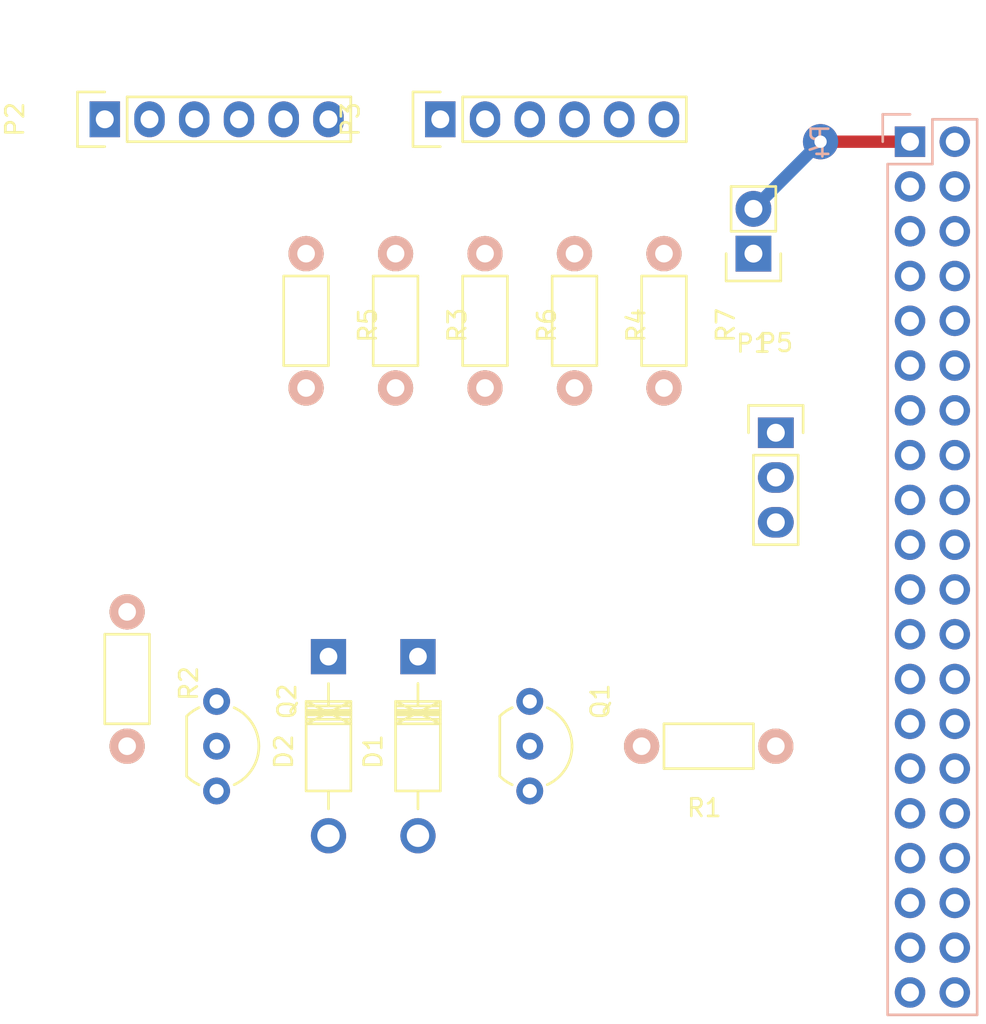
<source format=kicad_pcb>
(kicad_pcb (version 4) (host pcbnew 4.0.5)

  (general
    (links 35)
    (no_connects 35)
    (area 0 0 0 0)
    (thickness 1.6)
    (drawings 0)
    (tracks 3)
    (zones 0)
    (modules 16)
    (nets 15)
  )

  (page A4)
  (layers
    (0 F.Cu signal)
    (31 B.Cu signal)
    (32 B.Adhes user)
    (33 F.Adhes user)
    (34 B.Paste user)
    (35 F.Paste user)
    (36 B.SilkS user)
    (37 F.SilkS user)
    (38 B.Mask user)
    (39 F.Mask user)
    (40 Dwgs.User user)
    (41 Cmts.User user)
    (42 Eco1.User user)
    (43 Eco2.User user)
    (44 Edge.Cuts user)
    (45 Margin user)
    (46 B.CrtYd user)
    (47 F.CrtYd user)
    (48 B.Fab user)
    (49 F.Fab user)
  )

  (setup
    (last_trace_width 0.7)
    (trace_clearance 0.3)
    (zone_clearance 0.508)
    (zone_45_only no)
    (trace_min 0.2)
    (segment_width 0.2)
    (edge_width 0.15)
    (via_size 2)
    (via_drill 0.7)
    (via_min_size 0.4)
    (via_min_drill 0.3)
    (uvia_size 0.3)
    (uvia_drill 0.1)
    (uvias_allowed no)
    (uvia_min_size 0.2)
    (uvia_min_drill 0.1)
    (pcb_text_width 0.3)
    (pcb_text_size 1.5 1.5)
    (mod_edge_width 0.15)
    (mod_text_size 1 1)
    (mod_text_width 0.15)
    (pad_size 1.524 1.524)
    (pad_drill 0.762)
    (pad_to_mask_clearance 0.2)
    (aux_axis_origin 0 0)
    (visible_elements FFFFFF7F)
    (pcbplotparams
      (layerselection 0x00030_80000001)
      (usegerberextensions false)
      (excludeedgelayer true)
      (linewidth 0.100000)
      (plotframeref false)
      (viasonmask false)
      (mode 1)
      (useauxorigin false)
      (hpglpennumber 1)
      (hpglpenspeed 20)
      (hpglpendiameter 15)
      (hpglpenoverlay 2)
      (psnegative false)
      (psa4output false)
      (plotreference true)
      (plotvalue true)
      (plotinvisibletext false)
      (padsonsilk false)
      (subtractmaskfromsilk false)
      (outputformat 1)
      (mirror false)
      (drillshape 1)
      (scaleselection 1)
      (outputdirectory ""))
  )

  (net 0 "")
  (net 1 GND)
  (net 2 /OUT_MOT_L)
  (net 3 /OUT_MOT_R)
  (net 4 /OUT_BUTTON)
  (net 5 +3V3)
  (net 6 /CATHODE_SEN_L)
  (net 7 /EMITTER_SEN_L)
  (net 8 /CATHODE_SEN_R)
  (net 9 /EMITTER_SEN_R)
  (net 10 /COMM_MOT_R)
  (net 11 /COMM_MOT_L)
  (net 12 /POT)
  (net 13 "Net-(Q1-Pad2)")
  (net 14 "Net-(Q2-Pad2)")

  (net_class Default "This is the default net class."
    (clearance 0.3)
    (trace_width 0.7)
    (via_dia 2)
    (via_drill 0.7)
    (uvia_dia 0.3)
    (uvia_drill 0.1)
    (add_net +3V3)
    (add_net /CATHODE_SEN_L)
    (add_net /CATHODE_SEN_R)
    (add_net /COMM_MOT_L)
    (add_net /COMM_MOT_R)
    (add_net /EMITTER_SEN_L)
    (add_net /EMITTER_SEN_R)
    (add_net /OUT_BUTTON)
    (add_net /OUT_MOT_L)
    (add_net /OUT_MOT_R)
    (add_net /POT)
    (add_net GND)
    (add_net "Net-(Q1-Pad2)")
    (add_net "Net-(Q2-Pad2)")
  )

  (module Diodes_THT:Diode_DO-41_SOD81_Horizontal_RM10 (layer F.Cu) (tedit 552FFCCE) (tstamp 5862C356)
    (at 175.26 119.38 270)
    (descr "Diode, DO-41, SOD81, Horizontal, RM 10mm,")
    (tags "Diode, DO-41, SOD81, Horizontal, RM 10mm, 1N4007, SB140,")
    (path /5861144F)
    (fp_text reference D1 (at 5.38734 2.53746 270) (layer F.SilkS)
      (effects (font (size 1 1) (thickness 0.15)))
    )
    (fp_text value 1N4001 (at 4.37134 -3.55854 270) (layer F.Fab)
      (effects (font (size 1 1) (thickness 0.15)))
    )
    (fp_line (start 7.62 -0.00254) (end 8.636 -0.00254) (layer F.SilkS) (width 0.15))
    (fp_line (start 2.794 -0.00254) (end 1.524 -0.00254) (layer F.SilkS) (width 0.15))
    (fp_line (start 3.048 -1.27254) (end 3.048 1.26746) (layer F.SilkS) (width 0.15))
    (fp_line (start 3.302 -1.27254) (end 3.302 1.26746) (layer F.SilkS) (width 0.15))
    (fp_line (start 3.556 -1.27254) (end 3.556 1.26746) (layer F.SilkS) (width 0.15))
    (fp_line (start 2.794 -1.27254) (end 2.794 1.26746) (layer F.SilkS) (width 0.15))
    (fp_line (start 3.81 -1.27254) (end 2.54 1.26746) (layer F.SilkS) (width 0.15))
    (fp_line (start 2.54 -1.27254) (end 3.81 1.26746) (layer F.SilkS) (width 0.15))
    (fp_line (start 3.81 -1.27254) (end 3.81 1.26746) (layer F.SilkS) (width 0.15))
    (fp_line (start 3.175 -1.27254) (end 3.175 1.26746) (layer F.SilkS) (width 0.15))
    (fp_line (start 2.54 1.26746) (end 2.54 -1.27254) (layer F.SilkS) (width 0.15))
    (fp_line (start 2.54 -1.27254) (end 7.62 -1.27254) (layer F.SilkS) (width 0.15))
    (fp_line (start 7.62 -1.27254) (end 7.62 1.26746) (layer F.SilkS) (width 0.15))
    (fp_line (start 7.62 1.26746) (end 2.54 1.26746) (layer F.SilkS) (width 0.15))
    (pad 2 thru_hole circle (at 10.16 -0.00254 90) (size 1.99898 1.99898) (drill 1.27) (layers *.Cu *.Mask)
      (net 1 GND))
    (pad 1 thru_hole rect (at 0 -0.00254 90) (size 1.99898 1.99898) (drill 1.00076) (layers *.Cu *.Mask)
      (net 2 /OUT_MOT_L))
  )

  (module Diodes_THT:Diode_DO-41_SOD81_Horizontal_RM10 (layer F.Cu) (tedit 552FFCCE) (tstamp 5862C35C)
    (at 170.18 119.38 270)
    (descr "Diode, DO-41, SOD81, Horizontal, RM 10mm,")
    (tags "Diode, DO-41, SOD81, Horizontal, RM 10mm, 1N4007, SB140,")
    (path /58617D13)
    (fp_text reference D2 (at 5.38734 2.53746 270) (layer F.SilkS)
      (effects (font (size 1 1) (thickness 0.15)))
    )
    (fp_text value 1N4001 (at 4.37134 -3.55854 270) (layer F.Fab)
      (effects (font (size 1 1) (thickness 0.15)))
    )
    (fp_line (start 7.62 -0.00254) (end 8.636 -0.00254) (layer F.SilkS) (width 0.15))
    (fp_line (start 2.794 -0.00254) (end 1.524 -0.00254) (layer F.SilkS) (width 0.15))
    (fp_line (start 3.048 -1.27254) (end 3.048 1.26746) (layer F.SilkS) (width 0.15))
    (fp_line (start 3.302 -1.27254) (end 3.302 1.26746) (layer F.SilkS) (width 0.15))
    (fp_line (start 3.556 -1.27254) (end 3.556 1.26746) (layer F.SilkS) (width 0.15))
    (fp_line (start 2.794 -1.27254) (end 2.794 1.26746) (layer F.SilkS) (width 0.15))
    (fp_line (start 3.81 -1.27254) (end 2.54 1.26746) (layer F.SilkS) (width 0.15))
    (fp_line (start 2.54 -1.27254) (end 3.81 1.26746) (layer F.SilkS) (width 0.15))
    (fp_line (start 3.81 -1.27254) (end 3.81 1.26746) (layer F.SilkS) (width 0.15))
    (fp_line (start 3.175 -1.27254) (end 3.175 1.26746) (layer F.SilkS) (width 0.15))
    (fp_line (start 2.54 1.26746) (end 2.54 -1.27254) (layer F.SilkS) (width 0.15))
    (fp_line (start 2.54 -1.27254) (end 7.62 -1.27254) (layer F.SilkS) (width 0.15))
    (fp_line (start 7.62 -1.27254) (end 7.62 1.26746) (layer F.SilkS) (width 0.15))
    (fp_line (start 7.62 1.26746) (end 2.54 1.26746) (layer F.SilkS) (width 0.15))
    (pad 2 thru_hole circle (at 10.16 -0.00254 90) (size 1.99898 1.99898) (drill 1.27) (layers *.Cu *.Mask)
      (net 1 GND))
    (pad 1 thru_hole rect (at 0 -0.00254 90) (size 1.99898 1.99898) (drill 1.00076) (layers *.Cu *.Mask)
      (net 3 /OUT_MOT_R))
  )

  (module Pin_Headers:Pin_Header_Straight_1x02 (layer F.Cu) (tedit 54EA090C) (tstamp 5862C362)
    (at 194.31 96.52 180)
    (descr "Through hole pin header")
    (tags "pin header")
    (path /58614371)
    (fp_text reference P1 (at 0 -5.1 180) (layer F.SilkS)
      (effects (font (size 1 1) (thickness 0.15)))
    )
    (fp_text value CONN_BUTTON (at 0 -3.1 180) (layer F.Fab)
      (effects (font (size 1 1) (thickness 0.15)))
    )
    (fp_line (start 1.27 1.27) (end 1.27 3.81) (layer F.SilkS) (width 0.15))
    (fp_line (start 1.55 -1.55) (end 1.55 0) (layer F.SilkS) (width 0.15))
    (fp_line (start -1.75 -1.75) (end -1.75 4.3) (layer F.CrtYd) (width 0.05))
    (fp_line (start 1.75 -1.75) (end 1.75 4.3) (layer F.CrtYd) (width 0.05))
    (fp_line (start -1.75 -1.75) (end 1.75 -1.75) (layer F.CrtYd) (width 0.05))
    (fp_line (start -1.75 4.3) (end 1.75 4.3) (layer F.CrtYd) (width 0.05))
    (fp_line (start 1.27 1.27) (end -1.27 1.27) (layer F.SilkS) (width 0.15))
    (fp_line (start -1.55 0) (end -1.55 -1.55) (layer F.SilkS) (width 0.15))
    (fp_line (start -1.55 -1.55) (end 1.55 -1.55) (layer F.SilkS) (width 0.15))
    (fp_line (start -1.27 1.27) (end -1.27 3.81) (layer F.SilkS) (width 0.15))
    (fp_line (start -1.27 3.81) (end 1.27 3.81) (layer F.SilkS) (width 0.15))
    (pad 1 thru_hole rect (at 0 0 180) (size 2.032 2.032) (drill 1.016) (layers *.Cu *.Mask)
      (net 4 /OUT_BUTTON))
    (pad 2 thru_hole oval (at 0 2.54 180) (size 2.032 2.032) (drill 1.016) (layers *.Cu *.Mask)
      (net 5 +3V3))
    (model Pin_Headers.3dshapes/Pin_Header_Straight_1x02.wrl
      (at (xyz 0 -0.05 0))
      (scale (xyz 1 1 1))
      (rotate (xyz 0 0 90))
    )
  )

  (module Pin_Headers:Pin_Header_Straight_1x06 (layer F.Cu) (tedit 0) (tstamp 5862C36C)
    (at 157.48 88.9 90)
    (descr "Through hole pin header")
    (tags "pin header")
    (path /586141A6)
    (fp_text reference P2 (at 0 -5.1 90) (layer F.SilkS)
      (effects (font (size 1 1) (thickness 0.15)))
    )
    (fp_text value CONN_MOT_SEN_L (at 0 -3.1 90) (layer F.Fab)
      (effects (font (size 1 1) (thickness 0.15)))
    )
    (fp_line (start -1.75 -1.75) (end -1.75 14.45) (layer F.CrtYd) (width 0.05))
    (fp_line (start 1.75 -1.75) (end 1.75 14.45) (layer F.CrtYd) (width 0.05))
    (fp_line (start -1.75 -1.75) (end 1.75 -1.75) (layer F.CrtYd) (width 0.05))
    (fp_line (start -1.75 14.45) (end 1.75 14.45) (layer F.CrtYd) (width 0.05))
    (fp_line (start 1.27 1.27) (end 1.27 13.97) (layer F.SilkS) (width 0.15))
    (fp_line (start 1.27 13.97) (end -1.27 13.97) (layer F.SilkS) (width 0.15))
    (fp_line (start -1.27 13.97) (end -1.27 1.27) (layer F.SilkS) (width 0.15))
    (fp_line (start 1.55 -1.55) (end 1.55 0) (layer F.SilkS) (width 0.15))
    (fp_line (start 1.27 1.27) (end -1.27 1.27) (layer F.SilkS) (width 0.15))
    (fp_line (start -1.55 0) (end -1.55 -1.55) (layer F.SilkS) (width 0.15))
    (fp_line (start -1.55 -1.55) (end 1.55 -1.55) (layer F.SilkS) (width 0.15))
    (pad 1 thru_hole rect (at 0 0 90) (size 2.032 1.7272) (drill 1.016) (layers *.Cu *.Mask)
      (net 5 +3V3))
    (pad 2 thru_hole oval (at 0 2.54 90) (size 2.032 1.7272) (drill 1.016) (layers *.Cu *.Mask)
      (net 6 /CATHODE_SEN_L))
    (pad 3 thru_hole oval (at 0 5.08 90) (size 2.032 1.7272) (drill 1.016) (layers *.Cu *.Mask)
      (net 5 +3V3))
    (pad 4 thru_hole oval (at 0 7.62 90) (size 2.032 1.7272) (drill 1.016) (layers *.Cu *.Mask)
      (net 7 /EMITTER_SEN_L))
    (pad 5 thru_hole oval (at 0 10.16 90) (size 2.032 1.7272) (drill 1.016) (layers *.Cu *.Mask)
      (net 2 /OUT_MOT_L))
    (pad 6 thru_hole oval (at 0 12.7 90) (size 2.032 1.7272) (drill 1.016) (layers *.Cu *.Mask)
      (net 5 +3V3))
    (model Pin_Headers.3dshapes/Pin_Header_Straight_1x06.wrl
      (at (xyz 0 -0.25 0))
      (scale (xyz 1 1 1))
      (rotate (xyz 0 0 90))
    )
  )

  (module Pin_Headers:Pin_Header_Straight_1x06 (layer F.Cu) (tedit 0) (tstamp 5862C376)
    (at 176.53 88.9 90)
    (descr "Through hole pin header")
    (tags "pin header")
    (path /5861586E)
    (fp_text reference P3 (at 0 -5.1 90) (layer F.SilkS)
      (effects (font (size 1 1) (thickness 0.15)))
    )
    (fp_text value CONN_MOT_SEN_R (at 0 -3.1 90) (layer F.Fab)
      (effects (font (size 1 1) (thickness 0.15)))
    )
    (fp_line (start -1.75 -1.75) (end -1.75 14.45) (layer F.CrtYd) (width 0.05))
    (fp_line (start 1.75 -1.75) (end 1.75 14.45) (layer F.CrtYd) (width 0.05))
    (fp_line (start -1.75 -1.75) (end 1.75 -1.75) (layer F.CrtYd) (width 0.05))
    (fp_line (start -1.75 14.45) (end 1.75 14.45) (layer F.CrtYd) (width 0.05))
    (fp_line (start 1.27 1.27) (end 1.27 13.97) (layer F.SilkS) (width 0.15))
    (fp_line (start 1.27 13.97) (end -1.27 13.97) (layer F.SilkS) (width 0.15))
    (fp_line (start -1.27 13.97) (end -1.27 1.27) (layer F.SilkS) (width 0.15))
    (fp_line (start 1.55 -1.55) (end 1.55 0) (layer F.SilkS) (width 0.15))
    (fp_line (start 1.27 1.27) (end -1.27 1.27) (layer F.SilkS) (width 0.15))
    (fp_line (start -1.55 0) (end -1.55 -1.55) (layer F.SilkS) (width 0.15))
    (fp_line (start -1.55 -1.55) (end 1.55 -1.55) (layer F.SilkS) (width 0.15))
    (pad 1 thru_hole rect (at 0 0 90) (size 2.032 1.7272) (drill 1.016) (layers *.Cu *.Mask)
      (net 5 +3V3))
    (pad 2 thru_hole oval (at 0 2.54 90) (size 2.032 1.7272) (drill 1.016) (layers *.Cu *.Mask)
      (net 8 /CATHODE_SEN_R))
    (pad 3 thru_hole oval (at 0 5.08 90) (size 2.032 1.7272) (drill 1.016) (layers *.Cu *.Mask)
      (net 5 +3V3))
    (pad 4 thru_hole oval (at 0 7.62 90) (size 2.032 1.7272) (drill 1.016) (layers *.Cu *.Mask)
      (net 9 /EMITTER_SEN_R))
    (pad 5 thru_hole oval (at 0 10.16 90) (size 2.032 1.7272) (drill 1.016) (layers *.Cu *.Mask)
      (net 3 /OUT_MOT_R))
    (pad 6 thru_hole oval (at 0 12.7 90) (size 2.032 1.7272) (drill 1.016) (layers *.Cu *.Mask)
      (net 5 +3V3))
    (model Pin_Headers.3dshapes/Pin_Header_Straight_1x06.wrl
      (at (xyz 0 -0.25 0))
      (scale (xyz 1 1 1))
      (rotate (xyz 0 0 90))
    )
  )

  (module Socket_Strips:Socket_Strip_Straight_2x20 (layer B.Cu) (tedit 0) (tstamp 5862C3A2)
    (at 203.2 90.17 270)
    (descr "Through hole socket strip")
    (tags "socket strip")
    (path /586143E0)
    (fp_text reference P4 (at 0 5.1 270) (layer B.SilkS)
      (effects (font (size 1 1) (thickness 0.15)) (justify mirror))
    )
    (fp_text value CONN_02X20 (at 0 3.1 270) (layer B.Fab)
      (effects (font (size 1 1) (thickness 0.15)) (justify mirror))
    )
    (fp_line (start -1.75 1.75) (end -1.75 -4.3) (layer B.CrtYd) (width 0.05))
    (fp_line (start 50.05 1.75) (end 50.05 -4.3) (layer B.CrtYd) (width 0.05))
    (fp_line (start -1.75 1.75) (end 50.05 1.75) (layer B.CrtYd) (width 0.05))
    (fp_line (start -1.75 -4.3) (end 50.05 -4.3) (layer B.CrtYd) (width 0.05))
    (fp_line (start 49.53 -3.81) (end -1.27 -3.81) (layer B.SilkS) (width 0.15))
    (fp_line (start 1.27 1.27) (end 49.53 1.27) (layer B.SilkS) (width 0.15))
    (fp_line (start 49.53 -3.81) (end 49.53 1.27) (layer B.SilkS) (width 0.15))
    (fp_line (start -1.27 -3.81) (end -1.27 -1.27) (layer B.SilkS) (width 0.15))
    (fp_line (start 0 1.55) (end -1.55 1.55) (layer B.SilkS) (width 0.15))
    (fp_line (start -1.27 -1.27) (end 1.27 -1.27) (layer B.SilkS) (width 0.15))
    (fp_line (start 1.27 -1.27) (end 1.27 1.27) (layer B.SilkS) (width 0.15))
    (fp_line (start -1.55 1.55) (end -1.55 0) (layer B.SilkS) (width 0.15))
    (pad 1 thru_hole rect (at 0 0 270) (size 1.7272 1.7272) (drill 1.016) (layers *.Cu *.Mask)
      (net 5 +3V3))
    (pad 2 thru_hole oval (at 0 -2.54 270) (size 1.7272 1.7272) (drill 1.016) (layers *.Cu *.Mask))
    (pad 3 thru_hole oval (at 2.54 0 270) (size 1.7272 1.7272) (drill 1.016) (layers *.Cu *.Mask))
    (pad 4 thru_hole oval (at 2.54 -2.54 270) (size 1.7272 1.7272) (drill 1.016) (layers *.Cu *.Mask))
    (pad 5 thru_hole oval (at 5.08 0 270) (size 1.7272 1.7272) (drill 1.016) (layers *.Cu *.Mask))
    (pad 6 thru_hole oval (at 5.08 -2.54 270) (size 1.7272 1.7272) (drill 1.016) (layers *.Cu *.Mask)
      (net 1 GND))
    (pad 7 thru_hole oval (at 7.62 0 270) (size 1.7272 1.7272) (drill 1.016) (layers *.Cu *.Mask)
      (net 4 /OUT_BUTTON))
    (pad 8 thru_hole oval (at 7.62 -2.54 270) (size 1.7272 1.7272) (drill 1.016) (layers *.Cu *.Mask))
    (pad 9 thru_hole oval (at 10.16 0 270) (size 1.7272 1.7272) (drill 1.016) (layers *.Cu *.Mask))
    (pad 10 thru_hole oval (at 10.16 -2.54 270) (size 1.7272 1.7272) (drill 1.016) (layers *.Cu *.Mask))
    (pad 11 thru_hole oval (at 12.7 0 270) (size 1.7272 1.7272) (drill 1.016) (layers *.Cu *.Mask)
      (net 10 /COMM_MOT_R))
    (pad 12 thru_hole oval (at 12.7 -2.54 270) (size 1.7272 1.7272) (drill 1.016) (layers *.Cu *.Mask)
      (net 11 /COMM_MOT_L))
    (pad 13 thru_hole oval (at 15.24 0 270) (size 1.7272 1.7272) (drill 1.016) (layers *.Cu *.Mask)
      (net 12 /POT))
    (pad 14 thru_hole oval (at 15.24 -2.54 270) (size 1.7272 1.7272) (drill 1.016) (layers *.Cu *.Mask))
    (pad 15 thru_hole oval (at 17.78 0 270) (size 1.7272 1.7272) (drill 1.016) (layers *.Cu *.Mask)
      (net 9 /EMITTER_SEN_R))
    (pad 16 thru_hole oval (at 17.78 -2.54 270) (size 1.7272 1.7272) (drill 1.016) (layers *.Cu *.Mask)
      (net 7 /EMITTER_SEN_L))
    (pad 17 thru_hole oval (at 20.32 0 270) (size 1.7272 1.7272) (drill 1.016) (layers *.Cu *.Mask))
    (pad 18 thru_hole oval (at 20.32 -2.54 270) (size 1.7272 1.7272) (drill 1.016) (layers *.Cu *.Mask))
    (pad 19 thru_hole oval (at 22.86 0 270) (size 1.7272 1.7272) (drill 1.016) (layers *.Cu *.Mask))
    (pad 20 thru_hole oval (at 22.86 -2.54 270) (size 1.7272 1.7272) (drill 1.016) (layers *.Cu *.Mask))
    (pad 21 thru_hole oval (at 25.4 0 270) (size 1.7272 1.7272) (drill 1.016) (layers *.Cu *.Mask))
    (pad 22 thru_hole oval (at 25.4 -2.54 270) (size 1.7272 1.7272) (drill 1.016) (layers *.Cu *.Mask))
    (pad 23 thru_hole oval (at 27.94 0 270) (size 1.7272 1.7272) (drill 1.016) (layers *.Cu *.Mask))
    (pad 24 thru_hole oval (at 27.94 -2.54 270) (size 1.7272 1.7272) (drill 1.016) (layers *.Cu *.Mask))
    (pad 25 thru_hole oval (at 30.48 0 270) (size 1.7272 1.7272) (drill 1.016) (layers *.Cu *.Mask))
    (pad 26 thru_hole oval (at 30.48 -2.54 270) (size 1.7272 1.7272) (drill 1.016) (layers *.Cu *.Mask))
    (pad 27 thru_hole oval (at 33.02 0 270) (size 1.7272 1.7272) (drill 1.016) (layers *.Cu *.Mask))
    (pad 28 thru_hole oval (at 33.02 -2.54 270) (size 1.7272 1.7272) (drill 1.016) (layers *.Cu *.Mask))
    (pad 29 thru_hole oval (at 35.56 0 270) (size 1.7272 1.7272) (drill 1.016) (layers *.Cu *.Mask))
    (pad 30 thru_hole oval (at 35.56 -2.54 270) (size 1.7272 1.7272) (drill 1.016) (layers *.Cu *.Mask))
    (pad 31 thru_hole oval (at 38.1 0 270) (size 1.7272 1.7272) (drill 1.016) (layers *.Cu *.Mask))
    (pad 32 thru_hole oval (at 38.1 -2.54 270) (size 1.7272 1.7272) (drill 1.016) (layers *.Cu *.Mask))
    (pad 33 thru_hole oval (at 40.64 0 270) (size 1.7272 1.7272) (drill 1.016) (layers *.Cu *.Mask))
    (pad 34 thru_hole oval (at 40.64 -2.54 270) (size 1.7272 1.7272) (drill 1.016) (layers *.Cu *.Mask))
    (pad 35 thru_hole oval (at 43.18 0 270) (size 1.7272 1.7272) (drill 1.016) (layers *.Cu *.Mask))
    (pad 36 thru_hole oval (at 43.18 -2.54 270) (size 1.7272 1.7272) (drill 1.016) (layers *.Cu *.Mask))
    (pad 37 thru_hole oval (at 45.72 0 270) (size 1.7272 1.7272) (drill 1.016) (layers *.Cu *.Mask))
    (pad 38 thru_hole oval (at 45.72 -2.54 270) (size 1.7272 1.7272) (drill 1.016) (layers *.Cu *.Mask))
    (pad 39 thru_hole oval (at 48.26 0 270) (size 1.7272 1.7272) (drill 1.016) (layers *.Cu *.Mask))
    (pad 40 thru_hole oval (at 48.26 -2.54 270) (size 1.7272 1.7272) (drill 1.016) (layers *.Cu *.Mask))
    (model Socket_Strips.3dshapes/Socket_Strip_Straight_2x20.wrl
      (at (xyz 0.95 -0.05 0))
      (scale (xyz 1 1 1))
      (rotate (xyz 0 0 180))
    )
  )

  (module Pin_Headers:Pin_Header_Straight_1x03 (layer F.Cu) (tedit 0) (tstamp 5862C3A9)
    (at 195.58 106.68)
    (descr "Through hole pin header")
    (tags "pin header")
    (path /5862D92F)
    (fp_text reference P5 (at 0 -5.1) (layer F.SilkS)
      (effects (font (size 1 1) (thickness 0.15)))
    )
    (fp_text value CONN_01X03 (at 0 -3.1) (layer F.Fab)
      (effects (font (size 1 1) (thickness 0.15)))
    )
    (fp_line (start -1.75 -1.75) (end -1.75 6.85) (layer F.CrtYd) (width 0.05))
    (fp_line (start 1.75 -1.75) (end 1.75 6.85) (layer F.CrtYd) (width 0.05))
    (fp_line (start -1.75 -1.75) (end 1.75 -1.75) (layer F.CrtYd) (width 0.05))
    (fp_line (start -1.75 6.85) (end 1.75 6.85) (layer F.CrtYd) (width 0.05))
    (fp_line (start -1.27 1.27) (end -1.27 6.35) (layer F.SilkS) (width 0.15))
    (fp_line (start -1.27 6.35) (end 1.27 6.35) (layer F.SilkS) (width 0.15))
    (fp_line (start 1.27 6.35) (end 1.27 1.27) (layer F.SilkS) (width 0.15))
    (fp_line (start 1.55 -1.55) (end 1.55 0) (layer F.SilkS) (width 0.15))
    (fp_line (start 1.27 1.27) (end -1.27 1.27) (layer F.SilkS) (width 0.15))
    (fp_line (start -1.55 0) (end -1.55 -1.55) (layer F.SilkS) (width 0.15))
    (fp_line (start -1.55 -1.55) (end 1.55 -1.55) (layer F.SilkS) (width 0.15))
    (pad 1 thru_hole rect (at 0 0) (size 2.032 1.7272) (drill 1.016) (layers *.Cu *.Mask)
      (net 1 GND))
    (pad 2 thru_hole oval (at 0 2.54) (size 2.032 1.7272) (drill 1.016) (layers *.Cu *.Mask)
      (net 12 /POT))
    (pad 3 thru_hole oval (at 0 5.08) (size 2.032 1.7272) (drill 1.016) (layers *.Cu *.Mask)
      (net 5 +3V3))
    (model Pin_Headers.3dshapes/Pin_Header_Straight_1x03.wrl
      (at (xyz 0 -0.1 0))
      (scale (xyz 1 1 1))
      (rotate (xyz 0 0 90))
    )
  )

  (module TO_SOT_Packages_THT:TO-92_Inline_Wide (layer F.Cu) (tedit 54F242B4) (tstamp 5862C3B0)
    (at 181.61 121.92 270)
    (descr "TO-92 leads in-line, wide, drill 0.8mm (see NXP sot054_po.pdf)")
    (tags "to-92 sc-43 sc-43a sot54 PA33 transistor")
    (path /5861141F)
    (fp_text reference Q1 (at 0 -4 450) (layer F.SilkS)
      (effects (font (size 1 1) (thickness 0.15)))
    )
    (fp_text value BC337 (at 0 3 270) (layer F.Fab)
      (effects (font (size 1 1) (thickness 0.15)))
    )
    (fp_arc (start 2.54 0) (end 0.84 1.7) (angle 20.5) (layer F.SilkS) (width 0.15))
    (fp_arc (start 2.54 0) (end 4.24 1.7) (angle -20.5) (layer F.SilkS) (width 0.15))
    (fp_line (start -1 1.95) (end -1 -2.65) (layer F.CrtYd) (width 0.05))
    (fp_line (start -1 1.95) (end 6.1 1.95) (layer F.CrtYd) (width 0.05))
    (fp_line (start 0.84 1.7) (end 4.24 1.7) (layer F.SilkS) (width 0.15))
    (fp_arc (start 2.54 0) (end 2.54 -2.4) (angle -65.55604127) (layer F.SilkS) (width 0.15))
    (fp_arc (start 2.54 0) (end 2.54 -2.4) (angle 65.55604127) (layer F.SilkS) (width 0.15))
    (fp_line (start -1 -2.65) (end 6.1 -2.65) (layer F.CrtYd) (width 0.05))
    (fp_line (start 6.1 1.95) (end 6.1 -2.65) (layer F.CrtYd) (width 0.05))
    (pad 2 thru_hole circle (at 2.54 0) (size 1.524 1.524) (drill 0.8) (layers *.Cu *.Mask)
      (net 13 "Net-(Q1-Pad2)"))
    (pad 3 thru_hole circle (at 5.08 0) (size 1.524 1.524) (drill 0.8) (layers *.Cu *.Mask)
      (net 1 GND))
    (pad 1 thru_hole circle (at 0 0) (size 1.524 1.524) (drill 0.8) (layers *.Cu *.Mask)
      (net 2 /OUT_MOT_L))
    (model TO_SOT_Packages_THT.3dshapes/TO-92_Inline_Wide.wrl
      (at (xyz 0.1 0 0))
      (scale (xyz 1 1 1))
      (rotate (xyz 0 0 -90))
    )
  )

  (module TO_SOT_Packages_THT:TO-92_Inline_Wide (layer F.Cu) (tedit 54F242B4) (tstamp 5862C3B7)
    (at 163.83 121.92 270)
    (descr "TO-92 leads in-line, wide, drill 0.8mm (see NXP sot054_po.pdf)")
    (tags "to-92 sc-43 sc-43a sot54 PA33 transistor")
    (path /58617D01)
    (fp_text reference Q2 (at 0 -4 450) (layer F.SilkS)
      (effects (font (size 1 1) (thickness 0.15)))
    )
    (fp_text value BC337 (at 0 3 270) (layer F.Fab)
      (effects (font (size 1 1) (thickness 0.15)))
    )
    (fp_arc (start 2.54 0) (end 0.84 1.7) (angle 20.5) (layer F.SilkS) (width 0.15))
    (fp_arc (start 2.54 0) (end 4.24 1.7) (angle -20.5) (layer F.SilkS) (width 0.15))
    (fp_line (start -1 1.95) (end -1 -2.65) (layer F.CrtYd) (width 0.05))
    (fp_line (start -1 1.95) (end 6.1 1.95) (layer F.CrtYd) (width 0.05))
    (fp_line (start 0.84 1.7) (end 4.24 1.7) (layer F.SilkS) (width 0.15))
    (fp_arc (start 2.54 0) (end 2.54 -2.4) (angle -65.55604127) (layer F.SilkS) (width 0.15))
    (fp_arc (start 2.54 0) (end 2.54 -2.4) (angle 65.55604127) (layer F.SilkS) (width 0.15))
    (fp_line (start -1 -2.65) (end 6.1 -2.65) (layer F.CrtYd) (width 0.05))
    (fp_line (start 6.1 1.95) (end 6.1 -2.65) (layer F.CrtYd) (width 0.05))
    (pad 2 thru_hole circle (at 2.54 0) (size 1.524 1.524) (drill 0.8) (layers *.Cu *.Mask)
      (net 14 "Net-(Q2-Pad2)"))
    (pad 3 thru_hole circle (at 5.08 0) (size 1.524 1.524) (drill 0.8) (layers *.Cu *.Mask)
      (net 1 GND))
    (pad 1 thru_hole circle (at 0 0) (size 1.524 1.524) (drill 0.8) (layers *.Cu *.Mask)
      (net 3 /OUT_MOT_R))
    (model TO_SOT_Packages_THT.3dshapes/TO-92_Inline_Wide.wrl
      (at (xyz 0.1 0 0))
      (scale (xyz 1 1 1))
      (rotate (xyz 0 0 -90))
    )
  )

  (module Resistors_THT:Resistor_Horizontal_RM7mm (layer F.Cu) (tedit 569FCF07) (tstamp 5862C4E6)
    (at 195.58 124.46 180)
    (descr "Resistor, Axial,  RM 7.62mm, 1/3W,")
    (tags "Resistor Axial RM 7.62mm 1/3W R3")
    (path /5861142B)
    (fp_text reference R1 (at 4.05892 -3.50012 180) (layer F.SilkS)
      (effects (font (size 1 1) (thickness 0.15)))
    )
    (fp_text value 330 (at 3.81 3.81 180) (layer F.Fab)
      (effects (font (size 1 1) (thickness 0.15)))
    )
    (fp_line (start -1.25 -1.5) (end 8.85 -1.5) (layer F.CrtYd) (width 0.05))
    (fp_line (start -1.25 1.5) (end -1.25 -1.5) (layer F.CrtYd) (width 0.05))
    (fp_line (start 8.85 -1.5) (end 8.85 1.5) (layer F.CrtYd) (width 0.05))
    (fp_line (start -1.25 1.5) (end 8.85 1.5) (layer F.CrtYd) (width 0.05))
    (fp_line (start 1.27 -1.27) (end 6.35 -1.27) (layer F.SilkS) (width 0.15))
    (fp_line (start 6.35 -1.27) (end 6.35 1.27) (layer F.SilkS) (width 0.15))
    (fp_line (start 6.35 1.27) (end 1.27 1.27) (layer F.SilkS) (width 0.15))
    (fp_line (start 1.27 1.27) (end 1.27 -1.27) (layer F.SilkS) (width 0.15))
    (pad 1 thru_hole circle (at 0 0 180) (size 1.99898 1.99898) (drill 1.00076) (layers *.Cu *.SilkS *.Mask)
      (net 11 /COMM_MOT_L))
    (pad 2 thru_hole circle (at 7.62 0 180) (size 1.99898 1.99898) (drill 1.00076) (layers *.Cu *.SilkS *.Mask)
      (net 13 "Net-(Q1-Pad2)"))
  )

  (module Resistors_THT:Resistor_Horizontal_RM7mm (layer F.Cu) (tedit 569FCF07) (tstamp 5862C4EB)
    (at 158.75 116.84 270)
    (descr "Resistor, Axial,  RM 7.62mm, 1/3W,")
    (tags "Resistor Axial RM 7.62mm 1/3W R3")
    (path /58617D0D)
    (fp_text reference R2 (at 4.05892 -3.50012 270) (layer F.SilkS)
      (effects (font (size 1 1) (thickness 0.15)))
    )
    (fp_text value 330 (at 3.81 3.81 270) (layer F.Fab)
      (effects (font (size 1 1) (thickness 0.15)))
    )
    (fp_line (start -1.25 -1.5) (end 8.85 -1.5) (layer F.CrtYd) (width 0.05))
    (fp_line (start -1.25 1.5) (end -1.25 -1.5) (layer F.CrtYd) (width 0.05))
    (fp_line (start 8.85 -1.5) (end 8.85 1.5) (layer F.CrtYd) (width 0.05))
    (fp_line (start -1.25 1.5) (end 8.85 1.5) (layer F.CrtYd) (width 0.05))
    (fp_line (start 1.27 -1.27) (end 6.35 -1.27) (layer F.SilkS) (width 0.15))
    (fp_line (start 6.35 -1.27) (end 6.35 1.27) (layer F.SilkS) (width 0.15))
    (fp_line (start 6.35 1.27) (end 1.27 1.27) (layer F.SilkS) (width 0.15))
    (fp_line (start 1.27 1.27) (end 1.27 -1.27) (layer F.SilkS) (width 0.15))
    (pad 1 thru_hole circle (at 0 0 270) (size 1.99898 1.99898) (drill 1.00076) (layers *.Cu *.SilkS *.Mask)
      (net 10 /COMM_MOT_R))
    (pad 2 thru_hole circle (at 7.62 0 270) (size 1.99898 1.99898) (drill 1.00076) (layers *.Cu *.SilkS *.Mask)
      (net 14 "Net-(Q2-Pad2)"))
  )

  (module Resistors_THT:Resistor_Horizontal_RM7mm (layer F.Cu) (tedit 569FCF07) (tstamp 5862C4F0)
    (at 173.99 96.52 270)
    (descr "Resistor, Axial,  RM 7.62mm, 1/3W,")
    (tags "Resistor Axial RM 7.62mm 1/3W R3")
    (path /58613FB1)
    (fp_text reference R3 (at 4.05892 -3.50012 270) (layer F.SilkS)
      (effects (font (size 1 1) (thickness 0.15)))
    )
    (fp_text value 1K (at 3.81 3.81 270) (layer F.Fab)
      (effects (font (size 1 1) (thickness 0.15)))
    )
    (fp_line (start -1.25 -1.5) (end 8.85 -1.5) (layer F.CrtYd) (width 0.05))
    (fp_line (start -1.25 1.5) (end -1.25 -1.5) (layer F.CrtYd) (width 0.05))
    (fp_line (start 8.85 -1.5) (end 8.85 1.5) (layer F.CrtYd) (width 0.05))
    (fp_line (start -1.25 1.5) (end 8.85 1.5) (layer F.CrtYd) (width 0.05))
    (fp_line (start 1.27 -1.27) (end 6.35 -1.27) (layer F.SilkS) (width 0.15))
    (fp_line (start 6.35 -1.27) (end 6.35 1.27) (layer F.SilkS) (width 0.15))
    (fp_line (start 6.35 1.27) (end 1.27 1.27) (layer F.SilkS) (width 0.15))
    (fp_line (start 1.27 1.27) (end 1.27 -1.27) (layer F.SilkS) (width 0.15))
    (pad 1 thru_hole circle (at 0 0 270) (size 1.99898 1.99898) (drill 1.00076) (layers *.Cu *.SilkS *.Mask)
      (net 7 /EMITTER_SEN_L))
    (pad 2 thru_hole circle (at 7.62 0 270) (size 1.99898 1.99898) (drill 1.00076) (layers *.Cu *.SilkS *.Mask)
      (net 1 GND))
  )

  (module Resistors_THT:Resistor_Horizontal_RM7mm (layer F.Cu) (tedit 569FCF07) (tstamp 5862C4F5)
    (at 184.15 96.52 270)
    (descr "Resistor, Axial,  RM 7.62mm, 1/3W,")
    (tags "Resistor Axial RM 7.62mm 1/3W R3")
    (path /58617D3F)
    (fp_text reference R4 (at 4.05892 -3.50012 270) (layer F.SilkS)
      (effects (font (size 1 1) (thickness 0.15)))
    )
    (fp_text value 1K (at 3.81 3.81 270) (layer F.Fab)
      (effects (font (size 1 1) (thickness 0.15)))
    )
    (fp_line (start -1.25 -1.5) (end 8.85 -1.5) (layer F.CrtYd) (width 0.05))
    (fp_line (start -1.25 1.5) (end -1.25 -1.5) (layer F.CrtYd) (width 0.05))
    (fp_line (start 8.85 -1.5) (end 8.85 1.5) (layer F.CrtYd) (width 0.05))
    (fp_line (start -1.25 1.5) (end 8.85 1.5) (layer F.CrtYd) (width 0.05))
    (fp_line (start 1.27 -1.27) (end 6.35 -1.27) (layer F.SilkS) (width 0.15))
    (fp_line (start 6.35 -1.27) (end 6.35 1.27) (layer F.SilkS) (width 0.15))
    (fp_line (start 6.35 1.27) (end 1.27 1.27) (layer F.SilkS) (width 0.15))
    (fp_line (start 1.27 1.27) (end 1.27 -1.27) (layer F.SilkS) (width 0.15))
    (pad 1 thru_hole circle (at 0 0 270) (size 1.99898 1.99898) (drill 1.00076) (layers *.Cu *.SilkS *.Mask)
      (net 9 /EMITTER_SEN_R))
    (pad 2 thru_hole circle (at 7.62 0 270) (size 1.99898 1.99898) (drill 1.00076) (layers *.Cu *.SilkS *.Mask)
      (net 1 GND))
  )

  (module Resistors_THT:Resistor_Horizontal_RM7mm (layer F.Cu) (tedit 569FCF07) (tstamp 5862C4FA)
    (at 168.91 96.52 270)
    (descr "Resistor, Axial,  RM 7.62mm, 1/3W,")
    (tags "Resistor Axial RM 7.62mm 1/3W R3")
    (path /58613F2D)
    (fp_text reference R5 (at 4.05892 -3.50012 270) (layer F.SilkS)
      (effects (font (size 1 1) (thickness 0.15)))
    )
    (fp_text value 330 (at 3.81 3.81 270) (layer F.Fab)
      (effects (font (size 1 1) (thickness 0.15)))
    )
    (fp_line (start -1.25 -1.5) (end 8.85 -1.5) (layer F.CrtYd) (width 0.05))
    (fp_line (start -1.25 1.5) (end -1.25 -1.5) (layer F.CrtYd) (width 0.05))
    (fp_line (start 8.85 -1.5) (end 8.85 1.5) (layer F.CrtYd) (width 0.05))
    (fp_line (start -1.25 1.5) (end 8.85 1.5) (layer F.CrtYd) (width 0.05))
    (fp_line (start 1.27 -1.27) (end 6.35 -1.27) (layer F.SilkS) (width 0.15))
    (fp_line (start 6.35 -1.27) (end 6.35 1.27) (layer F.SilkS) (width 0.15))
    (fp_line (start 6.35 1.27) (end 1.27 1.27) (layer F.SilkS) (width 0.15))
    (fp_line (start 1.27 1.27) (end 1.27 -1.27) (layer F.SilkS) (width 0.15))
    (pad 1 thru_hole circle (at 0 0 270) (size 1.99898 1.99898) (drill 1.00076) (layers *.Cu *.SilkS *.Mask)
      (net 6 /CATHODE_SEN_L))
    (pad 2 thru_hole circle (at 7.62 0 270) (size 1.99898 1.99898) (drill 1.00076) (layers *.Cu *.SilkS *.Mask)
      (net 1 GND))
  )

  (module Resistors_THT:Resistor_Horizontal_RM7mm (layer F.Cu) (tedit 569FCF07) (tstamp 5862C4FF)
    (at 179.07 96.52 270)
    (descr "Resistor, Axial,  RM 7.62mm, 1/3W,")
    (tags "Resistor Axial RM 7.62mm 1/3W R3")
    (path /58617D2B)
    (fp_text reference R6 (at 4.05892 -3.50012 270) (layer F.SilkS)
      (effects (font (size 1 1) (thickness 0.15)))
    )
    (fp_text value 330 (at 3.81 3.81 270) (layer F.Fab)
      (effects (font (size 1 1) (thickness 0.15)))
    )
    (fp_line (start -1.25 -1.5) (end 8.85 -1.5) (layer F.CrtYd) (width 0.05))
    (fp_line (start -1.25 1.5) (end -1.25 -1.5) (layer F.CrtYd) (width 0.05))
    (fp_line (start 8.85 -1.5) (end 8.85 1.5) (layer F.CrtYd) (width 0.05))
    (fp_line (start -1.25 1.5) (end 8.85 1.5) (layer F.CrtYd) (width 0.05))
    (fp_line (start 1.27 -1.27) (end 6.35 -1.27) (layer F.SilkS) (width 0.15))
    (fp_line (start 6.35 -1.27) (end 6.35 1.27) (layer F.SilkS) (width 0.15))
    (fp_line (start 6.35 1.27) (end 1.27 1.27) (layer F.SilkS) (width 0.15))
    (fp_line (start 1.27 1.27) (end 1.27 -1.27) (layer F.SilkS) (width 0.15))
    (pad 1 thru_hole circle (at 0 0 270) (size 1.99898 1.99898) (drill 1.00076) (layers *.Cu *.SilkS *.Mask)
      (net 8 /CATHODE_SEN_R))
    (pad 2 thru_hole circle (at 7.62 0 270) (size 1.99898 1.99898) (drill 1.00076) (layers *.Cu *.SilkS *.Mask)
      (net 1 GND))
  )

  (module Resistors_THT:Resistor_Horizontal_RM7mm (layer F.Cu) (tedit 569FCF07) (tstamp 5862C504)
    (at 189.23 96.52 270)
    (descr "Resistor, Axial,  RM 7.62mm, 1/3W,")
    (tags "Resistor Axial RM 7.62mm 1/3W R3")
    (path /586140FD)
    (fp_text reference R7 (at 4.05892 -3.50012 270) (layer F.SilkS)
      (effects (font (size 1 1) (thickness 0.15)))
    )
    (fp_text value 1K (at 3.81 3.81 270) (layer F.Fab)
      (effects (font (size 1 1) (thickness 0.15)))
    )
    (fp_line (start -1.25 -1.5) (end 8.85 -1.5) (layer F.CrtYd) (width 0.05))
    (fp_line (start -1.25 1.5) (end -1.25 -1.5) (layer F.CrtYd) (width 0.05))
    (fp_line (start 8.85 -1.5) (end 8.85 1.5) (layer F.CrtYd) (width 0.05))
    (fp_line (start -1.25 1.5) (end 8.85 1.5) (layer F.CrtYd) (width 0.05))
    (fp_line (start 1.27 -1.27) (end 6.35 -1.27) (layer F.SilkS) (width 0.15))
    (fp_line (start 6.35 -1.27) (end 6.35 1.27) (layer F.SilkS) (width 0.15))
    (fp_line (start 6.35 1.27) (end 1.27 1.27) (layer F.SilkS) (width 0.15))
    (fp_line (start 1.27 1.27) (end 1.27 -1.27) (layer F.SilkS) (width 0.15))
    (pad 1 thru_hole circle (at 0 0 270) (size 1.99898 1.99898) (drill 1.00076) (layers *.Cu *.SilkS *.Mask)
      (net 4 /OUT_BUTTON))
    (pad 2 thru_hole circle (at 7.62 0 270) (size 1.99898 1.99898) (drill 1.00076) (layers *.Cu *.SilkS *.Mask)
      (net 1 GND))
  )

  (segment (start 198.12 90.17) (end 194.31 93.98) (width 0.7) (layer B.Cu) (net 5))
  (segment (start 203.2 90.17) (end 198.12 90.17) (width 0.7) (layer F.Cu) (net 5))
  (via (at 198.12 90.17) (size 2) (drill 0.7) (layers F.Cu B.Cu) (net 5))

)

</source>
